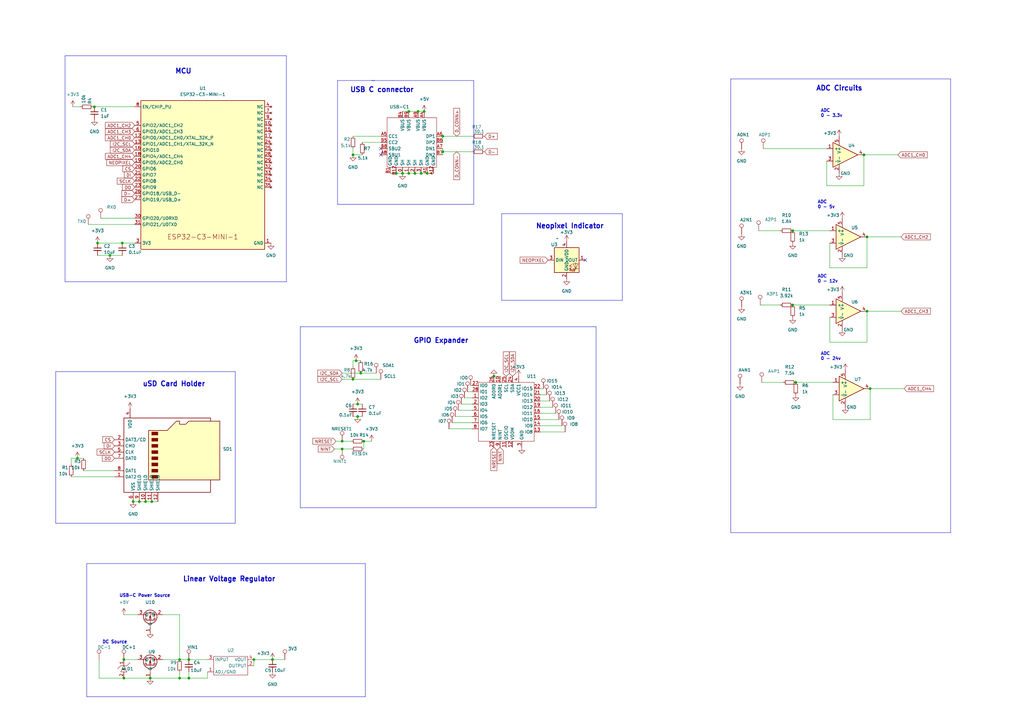
<source format=kicad_sch>
(kicad_sch (version 20230121) (generator eeschema)
  (paper "A3")
  (lib_symbols
    (symbol "1_espressif:ESP32-C3-MINI-1"
      (property "Reference" "U" (at -25.4 35.56 0))
      (property "Value" "ESP32-C3-MINI-1" (at -25.4 33.02 0))
      (symbol "ESP32-C3-MINI-1_0_0"
        (text "ESP32-C3-MINI-1" (at 0 -25.4 0) (effects (font (size 2 2))))
      )
      (symbol "ESP32-C3-MINI-1_1_1"
        (pin power_in line (at 27.94 -27.94 180) (length 2.54) (name "GND") (number "1"))
        (pin no_connect line (at 27.94 20.32 180) (length 2.54) (name "NC") (number "10"))
        (pin bidirectional line (at 27.94 -27.94 180) (length 2.54) hide (name "11") (number "11"))
        (pin bidirectional line (at -27.94 15.24 0) (length 2.54) (name "GPIO0/ADC1_CH0/XTAL_32K_P") (number "12"))
        (pin bidirectional line (at -27.94 12.7 0) (length 2.54) (name "GPIO1/ADC1_CH1/XTAL_32K_N") (number "13"))
        (pin bidirectional line (at 27.94 -27.94 180) (length 2.54) hide (name "14") (number "14"))
        (pin no_connect line (at 27.94 17.78 180) (length 2.54) (name "NC") (number "15"))
        (pin bidirectional line (at -27.94 10.16 0) (length 2.54) (name "GPIO10") (number "16"))
        (pin no_connect line (at 27.94 15.24 180) (length 2.54) (name "NC") (number "17"))
        (pin bidirectional line (at -27.94 7.62 0) (length 2.54) (name "GPIO4/ADC1_CH4") (number "18"))
        (pin bidirectional line (at -27.94 5.08 0) (length 2.54) (name "GPIO5/ADC2_CH0") (number "19"))
        (pin passive line (at 27.94 -27.94 180) (length 2.54) hide (name "GND") (number "2"))
        (pin bidirectional line (at -27.94 2.54 0) (length 2.54) (name "GPIO6") (number "20"))
        (pin bidirectional line (at -27.94 0 0) (length 2.54) (name "GPIO7") (number "21"))
        (pin bidirectional line (at -27.94 -2.54 0) (length 2.54) (name "GPIO8") (number "22"))
        (pin bidirectional line (at -27.94 -5.08 0) (length 2.54) (name "GPIO9") (number "23"))
        (pin no_connect line (at 27.94 12.7 180) (length 2.54) (name "NC") (number "24"))
        (pin no_connect line (at 27.94 10.16 180) (length 2.54) (name "NC") (number "25"))
        (pin bidirectional line (at -27.94 -7.62 0) (length 2.54) (name "GPIO18/USB_D-") (number "26"))
        (pin bidirectional line (at -27.94 -10.16 0) (length 2.54) (name "GPIO19/USB_D+") (number "27"))
        (pin no_connect line (at 27.94 7.62 180) (length 2.54) (name "NC") (number "28"))
        (pin no_connect line (at 27.94 5.08 180) (length 2.54) (name "NC") (number "29"))
        (pin power_in line (at -27.94 -27.94 0) (length 2.54) (name "3V3") (number "3"))
        (pin bidirectional line (at -27.94 -17.78 0) (length 2.54) (name "GPIO20/U0RXD") (number "30"))
        (pin bidirectional line (at -27.94 -20.32 0) (length 2.54) (name "GPIO21/U0TXD") (number "31"))
        (pin no_connect line (at 27.94 2.54 180) (length 2.54) (name "NC") (number "32"))
        (pin no_connect line (at 27.94 0 180) (length 2.54) (name "NC") (number "33"))
        (pin no_connect line (at 27.94 -2.54 180) (length 2.54) (name "NC") (number "34"))
        (pin no_connect line (at 27.94 -5.08 180) (length 2.54) (name "NC") (number "35"))
        (pin passive line (at 27.94 -27.94 180) (length 2.54) hide (name "GND") (number "36"))
        (pin passive line (at 27.94 -27.94 180) (length 2.54) hide (name "GND") (number "37"))
        (pin passive line (at 27.94 -27.94 180) (length 2.54) hide (name "GND") (number "38"))
        (pin passive line (at 27.94 -27.94 180) (length 2.54) hide (name "GND") (number "39"))
        (pin no_connect line (at 27.94 27.94 180) (length 2.54) (name "NC") (number "4"))
        (pin passive line (at 27.94 -27.94 180) (length 2.54) hide (name "GND") (number "40"))
        (pin passive line (at 27.94 -27.94 180) (length 2.54) hide (name "GND") (number "41"))
        (pin passive line (at 27.94 -27.94 180) (length 2.54) hide (name "GND") (number "42"))
        (pin passive line (at 27.94 -27.94 180) (length 2.54) hide (name "GND") (number "43"))
        (pin passive line (at 27.94 -27.94 180) (length 2.54) hide (name "GND") (number "44"))
        (pin passive line (at 27.94 -27.94 180) (length 2.54) hide (name "GND") (number "45"))
        (pin passive line (at 27.94 -27.94 180) (length 2.54) hide (name "GND") (number "46"))
        (pin passive line (at 27.94 -27.94 180) (length 2.54) hide (name "GND") (number "47"))
        (pin passive line (at 27.94 -27.94 180) (length 2.54) hide (name "GND") (number "48"))
        (pin passive line (at 27.94 -27.94 180) (length 2.54) hide (name "GND") (number "49"))
        (pin bidirectional line (at -27.94 20.32 0) (length 2.54) (name "GPIO2/ADC1_CH2") (number "5"))
        (pin passive line (at 27.94 -27.94 180) (length 2.54) hide (name "GND") (number "50"))
        (pin passive line (at 27.94 -27.94 180) (length 2.54) hide (name "GND") (number "51"))
        (pin passive line (at 27.94 -27.94 180) (length 2.54) hide (name "GND") (number "52"))
        (pin passive line (at 27.94 -27.94 180) (length 2.54) hide (name "GND") (number "53"))
        (pin bidirectional line (at -27.94 17.78 0) (length 2.54) (name "GPIO3/ADC1_CH3") (number "6"))
        (pin no_connect line (at 27.94 25.4 180) (length 2.54) (name "NC") (number "7"))
        (pin input line (at -27.94 27.94 0) (length 2.54) (name "EN/CHIP_PU") (number "8"))
        (pin no_connect line (at 27.94 22.86 180) (length 2.54) (name "NC") (number "9"))
      )
    )
    (symbol "1_project_specific:A03401A"
      (property "Reference" "Q" (at 0 0 0))
      (symbol "A03401A_1_1"
        (pin input line (at 0 -11.43 90) (length 2.54) (name "G") (number "1"))
        (pin passive line (at 5.08 -3.81 180) (length 2.54) (name "S") (number "2"))
        (pin passive line (at -5.08 -3.81 0) (length 2.54) (name "D") (number "3"))
      )
    )
    (symbol "1_project_specific:AZ1117IH-3.3TRG1"
      (property "Reference" "U" (at 0 0 0))
      (symbol "AZ1117IH-3.3TRG1_1_1"
        (pin input line (at -8.89 -8.89 0) (length 2.54) (name "ADJ/GND") (number "1"))
        (pin output line (at 10.16 -6.35 180) (length 2.54) (name "OUTPUT") (number "2"))
        (pin input line (at -8.89 -3.81 0) (length 2.54) (name "INPUT") (number "3"))
        (pin output line (at 10.16 -3.81 180) (length 2.54) (name "VOUT") (number "4"))
      )
    )
    (symbol "1_project_specific:LTVS16H5.0T5G"
      (property "Reference" "D" (at -1.27 -1.27 0))
      (symbol "LTVS16H5.0T5G_1_1"
        (pin input line (at -5.08 -3.81 0) (length 2.54) (name "K") (number "1"))
        (pin input line (at 2.54 -3.81 180) (length 2.54) (name "A") (number "2"))
      )
    )
    (symbol "1_project_specific:SX1509BIULTRT"
      (property "Reference" "U" (at 0 0 0))
      (symbol "SX1509BIULTRT_1_1"
        (pin bidirectional line (at -13.97 -19.05 0) (length 2.54) (name "IO2") (number "1"))
        (pin bidirectional line (at -2.54 -10.16 270) (length 2.54) (name "ADDR1") (number "10"))
        (pin bidirectional line (at 0 -39.37 90) (length 2.54) (name "OSCIO") (number "11"))
        (pin bidirectional line (at 2.54 -39.37 90) (length 2.54) (name "VDDM") (number "12"))
        (pin bidirectional line (at 13.97 -33.02 180) (length 2.54) (name "IO8") (number "13"))
        (pin bidirectional line (at 13.97 -30.48 180) (length 2.54) (name "IO9") (number "14"))
        (pin bidirectional line (at 13.97 -27.94 180) (length 2.54) (name "IO10") (number "15"))
        (pin bidirectional line (at 13.97 -25.4 180) (length 2.54) (name "IO11") (number "16"))
        (pin bidirectional line (at 6.35 -39.37 90) (length 2.54) hide (name "GND") (number "17"))
        (pin bidirectional line (at 5.08 -10.16 270) (length 2.54) hide (name "VCC2") (number "18"))
        (pin bidirectional line (at 13.97 -22.86 180) (length 2.54) (name "IO12") (number "19"))
        (pin bidirectional line (at -13.97 -21.59 0) (length 2.54) (name "IO3") (number "2"))
        (pin bidirectional line (at 13.97 -20.32 180) (length 2.54) (name "IO13") (number "20"))
        (pin bidirectional line (at 13.97 -17.78 180) (length 2.54) (name "IO14") (number "21"))
        (pin bidirectional line (at 13.97 -15.24 180) (length 2.54) (name "IO15") (number "22"))
        (pin bidirectional line (at -5.08 -39.37 90) (length 2.54) (name "NRESET") (number "23"))
        (pin bidirectional line (at 2.54 -10.16 270) (length 2.54) (name "SDA") (number "24"))
        (pin bidirectional line (at 0 -10.16 270) (length 2.54) (name "SCL") (number "25"))
        (pin bidirectional line (at -5.08 -10.16 270) (length 2.54) (name "ADDR0") (number "26"))
        (pin bidirectional line (at -13.97 -13.97 0) (length 2.54) (name "IO0") (number "27"))
        (pin bidirectional line (at -13.97 -16.51 0) (length 2.54) (name "IO1") (number "28"))
        (pin bidirectional line (at 6.35 -39.37 90) (length 2.54) hide (name "PAD") (number "29"))
        (pin bidirectional line (at 6.35 -39.37 90) (length 2.54) (name "GND") (number "3"))
        (pin bidirectional line (at 5.08 -10.16 270) (length 2.54) (name "VCC1") (number "4"))
        (pin bidirectional line (at -13.97 -24.13 0) (length 2.54) (name "IO4") (number "5"))
        (pin bidirectional line (at -13.97 -26.67 0) (length 2.54) (name "IO5") (number "6"))
        (pin bidirectional line (at -13.97 -29.21 0) (length 2.54) (name "IO6") (number "7"))
        (pin bidirectional line (at -13.97 -31.75 0) (length 2.54) (name "IO7") (number "8"))
        (pin bidirectional line (at -2.54 -39.37 90) (length 2.54) (name "NINT") (number "9"))
      )
    )
    (symbol "1_project_specific:USB-TYPE-C-018"
      (property "Reference" "USB-C" (at 0 0 0))
      (property "Value" "USB-TYPE-C-018" (at 8.89 -13.97 0))
      (symbol "USB-TYPE-C-018_1_1"
        (pin bidirectional line (at 1.27 -26.67 90) (length 2.54) (name "SH") (number "0"))
        (pin bidirectional line (at 3.81 -26.67 90) (length 2.54) (name "SH") (number "1"))
        (pin bidirectional line (at 6.35 -26.67 90) (length 2.54) (name "SH") (number "2"))
        (pin bidirectional line (at 8.89 -26.67 90) (length 2.54) (name "SH") (number "3"))
        (pin bidirectional line (at 11.43 -26.67 90) (length 2.54) (name "GND") (number "A1"))
        (pin bidirectional line (at 13.97 -26.67 90) (length 2.54) (name "GND") (number "A12"))
        (pin bidirectional line (at 10.16 -1.27 270) (length 2.54) (name "VBUS") (number "A4"))
        (pin bidirectional line (at -7.62 -11.43 0) (length 2.54) (name "CC1") (number "A5"))
        (pin bidirectional line (at 17.78 -11.43 180) (length 2.54) (name "DP1") (number "A6"))
        (pin bidirectional line (at 17.78 -16.51 180) (length 2.54) (name "DN1") (number "A7"))
        (pin bidirectional line (at -7.62 -19.05 0) (length 2.54) (name "SBU1") (number "A8"))
        (pin bidirectional line (at 7.62 -1.27 270) (length 2.54) (name "VBUS") (number "A9"))
        (pin bidirectional line (at -3.81 -26.67 90) (length 2.54) (name "GND") (number "B1"))
        (pin bidirectional line (at -1.27 -26.67 90) (length 2.54) (name "GND") (number "B12"))
        (pin bidirectional line (at 1.27 -1.27 270) (length 2.54) (name "VBUS") (number "B4"))
        (pin bidirectional line (at -7.62 -13.97 0) (length 2.54) (name "CC2") (number "B5"))
        (pin bidirectional line (at 17.78 -13.97 180) (length 2.54) (name "DP2") (number "B6"))
        (pin bidirectional line (at 17.78 -19.05 180) (length 2.54) (name "DN2") (number "B7"))
        (pin bidirectional line (at -7.62 -16.51 0) (length 2.54) (name "SBU2") (number "B8"))
        (pin bidirectional line (at 3.81 -1.27 270) (length 2.54) (name "VBUS") (number "B9"))
      )
    )
    (symbol "1_project_specific:WS2812B-2020"
      (property "Reference" "U?" (at 0 0 0))
      (symbol "WS2812B-2020_0_0"
        (text "RGB" (at 6.096 -13.081 0) (effects (font (size 0.762 0.762))))
      )
      (symbol "WS2812B-2020_1_1"
        (pin output line (at 11.43 -8.89 180) (length 2.54) (name "DOUT") (number "1"))
        (pin power_out line (at 3.81 -16.51 90) (length 2.54) (name "GND") (number "2"))
        (pin output line (at -3.81 -8.89 0) (length 2.54) (name "DIN") (number "3"))
        (pin power_in line (at 3.81 -1.27 270) (length 2.54) (name "VDD") (number "4"))
      )
    )
    (symbol "Connector:TestPoint" (pin_numbers hide) (pin_names (offset 0.762) hide)
      (property "Reference" "TP" (at 0 6.858 0))
      (property "Value" "TestPoint" (at 0 5.08 0))
      (symbol "TestPoint_1_1"
        (pin passive line (at 0 0 90) (length 2.54) (name "1") (number "1"))
      )
    )
    (symbol "Device:C_Small" (pin_numbers hide) (pin_names (offset 0.254) hide)
      (property "Reference" "C" (at 0.254 1.778 0))
      (property "Value" "C_Small" (at 0.254 -2.032 0))
      (symbol "C_Small_1_1"
        (pin passive line (at 0 2.54 270) (length 2.032) (name "~") (number "1"))
        (pin passive line (at 0 -2.54 90) (length 2.032) (name "~") (number "2"))
      )
    )
    (symbol "Device:R_Small" (pin_numbers hide) (pin_names (offset 0.254) hide)
      (property "Reference" "R" (at 0.762 0.508 0))
      (property "Value" "R_Small" (at 0.762 -1.016 0))
      (symbol "R_Small_1_1"
        (pin passive line (at 0 2.54 270) (length 0.762) (name "~") (number "1"))
        (pin passive line (at 0 -2.54 90) (length 0.762) (name "~") (number "2"))
      )
    )
    (symbol "lib:472192001"
      (property "Reference" "SD" (at 0 0 0))
      (property "Value" "472192001" (at 0 0 0))
      (property "part_number" "472192001" (at 0 0 0))
      (symbol "472192001_1_1"
        (pin bidirectional line (at -20.32 -33.02 0) (length 3.81) (name "DAT2") (number "1"))
        (pin passive line (at -7.62 -43.18 90) (length 3.81) (name "SHIELD") (number "10"))
        (pin passive line (at -5.08 -43.18 90) (length 3.81) (name "SHIELD") (number "11"))
        (pin passive line (at -2.54 -43.18 90) (length 3.81) (name "SHIELD") (number "12"))
        (pin bidirectional line (at -20.32 -17.78 0) (length 3.81) (name "DAT3/CD") (number "2"))
        (pin input line (at -20.32 -20.32 0) (length 3.81) (name "CMD") (number "3"))
        (pin power_in line (at -13.97 -5.08 270) (length 3.81) (name "VDD") (number "4"))
        (pin input line (at -20.32 -22.86 0) (length 3.81) (name "CLK") (number "5"))
        (pin power_in line (at -12.7 -43.18 90) (length 3.81) (name "VSS") (number "6"))
        (pin bidirectional line (at -20.32 -25.4 0) (length 3.81) (name "DAT0") (number "7"))
        (pin bidirectional line (at -20.32 -30.48 0) (length 3.81) (name "DAT1") (number "8"))
        (pin passive line (at -10.16 -43.18 90) (length 3.81) (name "SHIELD") (number "9"))
      )
    )
    (symbol "lib:LM321MF"
      (property "Reference" "U" (at 0 0 0))
      (property "part_number" "LM321MF" (at 0 0 0))
      (symbol "LM321MF_1_1"
        (pin input line (at -6.35 -17.78 0) (length 2.54) (name "+") (number "1"))
        (pin power_in line (at -1.27 -27.94 90) (length 3.81) (name "V-") (number "2"))
        (pin input line (at -6.35 -22.86 0) (length 2.54) (name "-") (number "3"))
        (pin output line (at 8.89 -20.32 180) (length 2.54) (name "~") (number "4"))
        (pin power_in line (at -1.27 -12.7 270) (length 3.81) (name "V+") (number "5"))
      )
    )
    (symbol "power:+3V3" (power) (pin_names (offset 0))
      (property "Value" "+3V3" (at 0 3.556 0))
      (symbol "+3V3_1_1"
        (pin power_in line (at 0 0 90) (length 0) hide (name "+3V3") (number "1"))
      )
    )
    (symbol "power:+5V" (power) (pin_names (offset 0))
      (property "Value" "+5V" (at 0 3.556 0))
      (symbol "+5V_1_1"
        (pin power_in line (at 0 0 90) (length 0) hide (name "+5V") (number "1"))
      )
    )
    (symbol "power:GND" (power) (pin_names (offset 0))
      (property "Value" "GND" (at 0 -3.81 0))
      (symbol "GND_1_1"
        (pin power_in line (at 0 0 270) (length 0) hide (name "GND") (number "1"))
      )
    )
  )
  (junction (at 167.64 45.72))
  (junction (at 144.78 155.575))
  (junction (at 50.8 270.51))
  (junction (at 50.165 99.695))
  (junction (at 38.735 43.815))
  (junction (at 104.14 270.51))
  (junction (at 202.565 154.305))
  (junction (at 73.66 278.13))
  (junction (at 325.12 94.615))
  (junction (at 175.26 71.12))
  (junction (at 40.005 99.695))
  (junction (at 140.335 184.15))
  (junction (at 165.1 71.12))
  (junction (at 354.33 63.5))
  (junction (at 45.085 104.775))
  (junction (at 171.45 45.72))
  (junction (at 144.78 63.5))
  (junction (at 170.18 71.12))
  (junction (at 31.75 187.96))
  (junction (at 149.225 180.975))
  (junction (at 77.47 278.13))
  (junction (at 147.955 153.035))
  (junction (at 62.23 205.74))
  (junction (at 355.6 127.635))
  (junction (at 50.8 278.13))
  (junction (at 356.87 159.385))
  (junction (at 355.6 97.155))
  (junction (at 140.335 180.975))
  (junction (at 54.61 205.74))
  (junction (at 111.76 270.51))
  (junction (at 59.69 205.74))
  (junction (at 172.72 71.12))
  (junction (at 77.47 270.51))
  (junction (at 173.99 45.72))
  (junction (at 146.05 147.955))
  (junction (at 326.39 156.845))
  (junction (at 57.15 205.74))
  (junction (at 181.61 55.88))
  (junction (at 181.61 62.23))
  (junction (at 146.685 165.735))
  (junction (at 73.66 270.51))
  (junction (at 162.56 71.12))
  (junction (at 61.595 278.13))
  (junction (at 325.12 125.095))
  (junction (at 146.685 170.815))
  (junction (at 167.64 71.12))
  (no_connect (at 156.21 60.96))
  (no_connect (at 240.03 106.68))
  (no_connect (at 156.21 63.5))
  (wire (pts (xy 146.685 165.735) (xy 148.59 165.735)))
  (wire (pts (xy 165.1 71.12) (xy 167.64 71.12)))
  (polyline (pts (xy 35.56 231.14) (xy 149.86 231.14)))
  (wire (pts (xy 73.66 270.51) (xy 77.47 270.51)))
  (wire (pts (xy 31.75 187.96) (xy 34.29 187.96)))
  (wire (pts (xy 326.39 156.845) (xy 341.63 156.845)))
  (polyline (pts (xy 26.67 22.86) (xy 117.475 22.86)))
  (wire (pts (xy 181.61 62.23) (xy 193.675 62.23)))
  (wire (pts (xy 144.78 170.815) (xy 146.685 170.815)))
  (wire (pts (xy 40.005 104.775) (xy 45.085 104.775)))
  (wire (pts (xy 50.8 278.13) (xy 61.595 278.13)))
  (wire (pts (xy 137.795 180.975) (xy 140.335 180.975)))
  (wire (pts (xy 325.12 94.615) (xy 340.36 94.615)))
  (wire (pts (xy 341.63 172.085) (xy 356.87 172.085)))
  (wire (pts (xy 355.6 109.855) (xy 355.6 97.155)))
  (wire (pts (xy 313.055 60.96) (xy 339.09 60.96)))
  (wire (pts (xy 165.1 45.72) (xy 167.64 45.72)))
  (wire (pts (xy 146.685 170.815) (xy 148.59 170.815)))
  (wire (pts (xy 38.1 43.815) (xy 38.735 43.815)))
  (wire (pts (xy 184.15 175.895) (xy 193.675 175.895)))
  (polyline (pts (xy 299.72 32.385) (xy 389.89 32.385)))
  (wire (pts (xy 146.05 147.955) (xy 147.955 147.955)))
  (polyline (pts (xy 123.19 208.28) (xy 244.475 208.28)))
  (wire (pts (xy 59.69 205.74) (xy 62.23 205.74)))
  (polyline (pts (xy 138.43 83.82) (xy 138.43 33.02)))
  (wire (pts (xy 340.36 109.855) (xy 355.6 109.855)))
  (wire (pts (xy 140.335 155.575) (xy 144.78 155.575)))
  (wire (pts (xy 221.615 174.625) (xy 230.505 174.625)))
  (polyline (pts (xy 96.52 152.4) (xy 96.52 214.63)))
  (polyline (pts (xy 22.86 152.4) (xy 96.52 152.4)))
  (wire (pts (xy 221.615 164.465) (xy 225.425 164.465)))
  (wire (pts (xy 57.15 205.74) (xy 59.69 205.74)))
  (wire (pts (xy 111.76 270.51) (xy 116.84 270.51)))
  (wire (pts (xy 187.96 168.275) (xy 193.675 168.275)))
  (wire (pts (xy 40.005 99.695) (xy 50.165 99.695)))
  (wire (pts (xy 340.36 130.175) (xy 340.36 140.335)))
  (wire (pts (xy 354.33 63.5) (xy 368.3 63.5)))
  (wire (pts (xy 181.61 60.96) (xy 181.61 62.23)))
  (polyline (pts (xy 35.56 231.14) (xy 35.56 285.75)))
  (wire (pts (xy 171.45 45.72) (xy 173.99 45.72)))
  (wire (pts (xy 340.36 99.695) (xy 340.36 109.855)))
  (wire (pts (xy 189.23 165.735) (xy 193.675 165.735)))
  (wire (pts (xy 144.78 150.495) (xy 144.78 147.955)))
  (wire (pts (xy 62.23 205.74) (xy 64.77 205.74)))
  (polyline (pts (xy 117.475 115.57) (xy 26.67 115.57)))
  (wire (pts (xy 186.69 170.815) (xy 193.675 170.815)))
  (wire (pts (xy 50.8 252.095) (xy 56.515 252.095)))
  (wire (pts (xy 29.21 187.96) (xy 31.75 187.96)))
  (wire (pts (xy 41.275 89.535) (xy 55.245 89.535)))
  (wire (pts (xy 54.61 205.74) (xy 57.15 205.74)))
  (polyline (pts (xy 123.19 133.985) (xy 244.475 133.985)))
  (wire (pts (xy 170.18 71.12) (xy 172.72 71.12)))
  (wire (pts (xy 29.21 190.5) (xy 29.21 187.96)))
  (wire (pts (xy 50.8 270.51) (xy 56.515 270.51)))
  (wire (pts (xy 40.64 278.13) (xy 50.8 278.13)))
  (wire (pts (xy 144.78 155.575) (xy 156.21 155.575)))
  (wire (pts (xy 29.845 43.815) (xy 33.02 43.815)))
  (polyline (pts (xy 22.86 152.4) (xy 22.86 214.63)))
  (wire (pts (xy 149.225 180.975) (xy 152.4 180.975)))
  (wire (pts (xy 185.42 173.355) (xy 193.675 173.355)))
  (wire (pts (xy 66.675 270.51) (xy 73.66 270.51)))
  (wire (pts (xy 191.77 160.655) (xy 193.675 160.655)))
  (wire (pts (xy 34.29 193.04) (xy 46.99 193.04)))
  (wire (pts (xy 140.335 153.035) (xy 147.955 153.035)))
  (wire (pts (xy 356.87 159.385) (xy 370.84 159.385)))
  (polyline (pts (xy 96.52 214.63) (xy 22.86 214.63)))
  (polyline (pts (xy 117.475 22.86) (xy 117.475 115.57)))
  (wire (pts (xy 340.36 140.335) (xy 355.6 140.335)))
  (polyline (pts (xy 194.31 83.82) (xy 138.43 83.82)))
  (wire (pts (xy 193.04 158.115) (xy 193.675 158.115)))
  (polyline (pts (xy 149.86 231.14) (xy 149.86 285.75)))
  (wire (pts (xy 104.14 270.51) (xy 104.14 273.05)))
  (wire (pts (xy 341.63 161.925) (xy 341.63 172.085)))
  (wire (pts (xy 29.21 195.58) (xy 46.99 195.58)))
  (wire (pts (xy 85.09 278.13) (xy 85.09 275.59)))
  (wire (pts (xy 147.955 153.035) (xy 154.305 153.035)))
  (wire (pts (xy 339.09 66.04) (xy 339.09 76.2)))
  (wire (pts (xy 38.735 43.815) (xy 55.245 43.815)))
  (wire (pts (xy 354.33 76.2) (xy 354.33 63.5)))
  (wire (pts (xy 339.09 76.2) (xy 354.33 76.2)))
  (wire (pts (xy 221.615 161.925) (xy 224.155 161.925)))
  (wire (pts (xy 221.615 167.005) (xy 226.695 167.005)))
  (wire (pts (xy 355.6 140.335) (xy 355.6 127.635)))
  (wire (pts (xy 73.66 252.095) (xy 73.66 270.51)))
  (wire (pts (xy 221.615 169.545) (xy 227.965 169.545)))
  (wire (pts (xy 146.685 165.735) (xy 144.78 165.735)))
  (wire (pts (xy 356.87 172.085) (xy 356.87 159.385)))
  (wire (pts (xy 181.61 55.88) (xy 181.61 58.42)))
  (wire (pts (xy 355.6 97.155) (xy 369.57 97.155)))
  (wire (pts (xy 321.31 156.845) (xy 312.42 156.845)))
  (wire (pts (xy 144.78 147.955) (xy 146.05 147.955)))
  (wire (pts (xy 221.615 159.385) (xy 222.885 159.385)))
  (wire (pts (xy 320.04 94.615) (xy 311.15 94.615)))
  (wire (pts (xy 144.145 184.15) (xy 140.335 184.15)))
  (wire (pts (xy 77.47 275.59) (xy 77.47 278.13)))
  (wire (pts (xy 167.64 71.12) (xy 170.18 71.12)))
  (polyline (pts (xy 152.4 33.02) (xy 194.31 33.02)))
  (wire (pts (xy 104.14 270.51) (xy 111.76 270.51)))
  (wire (pts (xy 160.02 71.12) (xy 162.56 71.12)))
  (polyline (pts (xy 26.67 22.86) (xy 26.67 115.57)))
  (wire (pts (xy 172.72 71.12) (xy 175.26 71.12)))
  (polyline (pts (xy 123.19 133.985) (xy 123.19 208.28)))
  (wire (pts (xy 149.225 180.975) (xy 149.225 184.15)))
  (wire (pts (xy 36.195 92.075) (xy 55.245 92.075)))
  (wire (pts (xy 162.56 71.12) (xy 165.1 71.12)))
  (wire (pts (xy 202.565 154.305) (xy 205.105 154.305)))
  (wire (pts (xy 181.61 55.88) (xy 193.675 55.88)))
  (wire (pts (xy 140.335 180.975) (xy 144.145 180.975)))
  (wire (pts (xy 144.78 55.88) (xy 156.21 55.88)))
  (wire (pts (xy 175.26 71.12) (xy 177.8 71.12)))
  (wire (pts (xy 148.59 58.42) (xy 156.21 58.42)))
  (wire (pts (xy 325.12 125.095) (xy 340.36 125.095)))
  (wire (pts (xy 73.66 278.13) (xy 77.47 278.13)))
  (wire (pts (xy 40.64 270.51) (xy 40.64 278.13)))
  (wire (pts (xy 144.78 63.5) (xy 144.78 60.96)))
  (wire (pts (xy 181.61 62.23) (xy 181.61 63.5)))
  (polyline (pts (xy 194.31 33.02) (xy 194.31 83.82)))
  (wire (pts (xy 221.615 177.165) (xy 231.775 177.165)))
  (polyline (pts (xy 149.86 285.75) (xy 35.56 285.75)))
  (wire (pts (xy 140.335 184.15) (xy 137.16 184.15)))
  (polyline (pts (xy 244.475 208.28) (xy 244.475 133.985)))
  (wire (pts (xy 355.6 127.635) (xy 369.57 127.635)))
  (wire (pts (xy 50.165 99.695) (xy 55.245 99.695)))
  (polyline (pts (xy 389.89 218.44) (xy 299.72 218.44)))
  (wire (pts (xy 61.595 278.13) (xy 73.66 278.13)))
  (polyline (pts (xy 138.43 33.02) (xy 153.67 33.02)))
  (wire (pts (xy 66.675 252.095) (xy 73.66 252.095)))
  (wire (pts (xy 221.615 172.085) (xy 229.235 172.085)))
  (wire (pts (xy 77.47 278.13) (xy 85.09 278.13)))
  (wire (pts (xy 190.5 163.195) (xy 193.675 163.195)))
  (wire (pts (xy 73.66 275.59) (xy 73.66 278.13)))
  (wire (pts (xy 148.59 63.5) (xy 144.78 63.5)))
  (wire (pts (xy 311.785 125.095) (xy 320.04 125.095)))
  (polyline (pts (xy 389.89 32.385) (xy 389.89 218.44)))
  (wire (pts (xy 77.47 270.51) (xy 85.09 270.51)))
  (wire (pts (xy 45.085 104.775) (xy 50.165 104.775)))
  (polyline (pts (xy 299.72 32.385) (xy 299.72 218.44)))
  (wire (pts (xy 167.64 45.72) (xy 171.45 45.72)))
  (wire (pts (xy 61.595 259.715) (xy 61.595 259.08)))
  (rectangle (start 205.74 87.63) (end 255.27 123.19))
  (text "ADC Circuits" (at 334.645 37.465 0) (effects (font (size 2 2) bold) (justify left bottom)))
  (text "uSD Card Holder" (at 58.42 158.75 0) (effects (font (size 2 2) bold) (justify left bottom)))
  (text "Linear Voltage Regulator" (at 74.93 238.76 0) (effects (font (size 2 2) bold) (justify left bottom)))
  (text "ADC\n0 - 5v" (at 335.28 85.725 0) (effects (font (size 1.27 1.27) bold) (justify left bottom)))
  (text "USB-C Power Source" (at 48.895 245.11 0) (effects (font (size 1.27 1.27) (thickness 0.254) bold) (justify left bottom)))
  (text "ADC\n0 - 3.3v" (at 336.55 48.26 0) (effects (font (size 1.27 1.27) bold) (justify left bottom)))
  (text "ADC\n0 - 12v" (at 335.28 116.205 0) (effects (font (size 1.27 1.27) bold) (justify left bottom)))
  (text "DC Source" (at 41.91 264.16 0) (effects (font (size 1.27 1.27) (thickness 0.254) bold) (justify left bottom)))
  (text "USB C connector" (at 143.51 38.1 0) (effects (font (size 2 2) bold) (justify left bottom)))
  (text "GPIO Expander" (at 169.545 140.97 0) (effects (font (size 2 2) (thickness 0.4) bold) (justify left bottom)))
  (text "Neopixel Indicator" (at 219.71 93.98 0) (effects (font (size 2 2) bold) (justify left bottom)))
  (text "MCU" (at 71.755 30.48 0) (effects (font (size 2 2) (thickness 0.4) bold) (justify left bottom)))
  (text "ADC\n0 - 24v" (at 336.55 147.955 0) (effects (font (size 1.27 1.27) bold) (justify left bottom)))
  (global_label "I2C_SCL" (shape input) (at 207.645 154.305 90) (property "Intersheetrefs" "${INTERSHEET_REFS}" (effects hide)))
  (global_label "ADC1_CH2" (shape input) (at 55.245 51.435 180) (property "Intersheetrefs" "${INTERSHEET_REFS}" (effects hide)))
  (global_label "I2C_SCL" (shape input) (at 140.335 155.575 180) (property "Intersheetrefs" "${INTERSHEET_REFS}" (effects hide)))
  (global_label "ADC1_CH3" (shape input) (at 55.245 53.975 180) (property "Intersheetrefs" "${INTERSHEET_REFS}" (effects hide)))
  (global_label "ADC1_CH0" (shape input) (at 368.3 63.5 0) (property "Intersheetrefs" "${INTERSHEET_REFS}" (effects hide)))
  (global_label "DO" (shape input) (at 46.99 187.96 180) (property "Intersheetrefs" "${INTERSHEET_REFS}" (effects hide)))
  (global_label "I2C_SDA" (shape input) (at 55.245 61.595 180) (property "Intersheetrefs" "${INTERSHEET_REFS}" (effects hide)))
  (global_label "D+" (shape input) (at 198.755 55.88 0) (property "Intersheetrefs" "${INTERSHEET_REFS}" (effects hide)))
  (global_label "ADC1_CH4" (shape input) (at 55.245 64.135 180) (property "Intersheetrefs" "${INTERSHEET_REFS}" (effects hide)))
  (global_label "NEOPIXEL" (shape input) (at 55.245 66.675 180) (property "Intersheetrefs" "${INTERSHEET_REFS}" (effects hide)))
  (global_label "D-" (shape input) (at 198.755 62.23 0) (property "Intersheetrefs" "${INTERSHEET_REFS}" (effects hide)))
  (global_label "D_CONN+" (shape input) (at 187.325 55.88 90) (property "Intersheetrefs" "${INTERSHEET_REFS}" (effects hide)))
  (global_label "CS" (shape input) (at 46.99 180.34 180) (property "Intersheetrefs" "${INTERSHEET_REFS}" (effects hide)))
  (global_label "D_CONN-" (shape input) (at 187.325 62.23 270) (property "Intersheetrefs" "${INTERSHEET_REFS}" (effects hide)))
  (global_label "DO" (shape input) (at 55.245 76.835 180) (property "Intersheetrefs" "${INTERSHEET_REFS}" (effects hide)))
  (global_label "SCLK" (shape input) (at 55.245 74.295 180) (property "Intersheetrefs" "${INTERSHEET_REFS}" (effects hide)))
  (global_label "SCLK" (shape input) (at 46.99 185.42 180) (property "Intersheetrefs" "${INTERSHEET_REFS}" (effects hide)))
  (global_label "DI" (shape input) (at 55.245 71.755 180) (property "Intersheetrefs" "${INTERSHEET_REFS}" (effects hide)))
  (global_label "ADC1_CH3" (shape input) (at 369.57 127.635 0) (property "Intersheetrefs" "${INTERSHEET_REFS}" (effects hide)))
  (global_label "ADC1_CH4" (shape input) (at 370.84 159.385 0) (property "Intersheetrefs" "${INTERSHEET_REFS}" (effects hide)))
  (global_label "I2C_SDA" (shape input) (at 140.335 153.035 180) (property "Intersheetrefs" "${INTERSHEET_REFS}" (effects hide)))
  (global_label "I2C_SCL" (shape input) (at 55.245 59.055 180) (property "Intersheetrefs" "${INTERSHEET_REFS}" (effects hide)))
  (global_label "ADC1_CH0" (shape input) (at 55.245 56.515 180) (property "Intersheetrefs" "${INTERSHEET_REFS}" (effects hide)))
  (global_label "ADC1_CH2" (shape input) (at 369.57 97.155 0) (property "Intersheetrefs" "${INTERSHEET_REFS}" (effects hide)))
  (global_label "D-" (shape input) (at 55.245 79.375 180) (property "Intersheetrefs" "${INTERSHEET_REFS}" (effects hide)))
  (global_label "D+" (shape input) (at 55.245 81.915 180) (property "Intersheetrefs" "${INTERSHEET_REFS}" (effects hide)))
  (global_label "NINT" (shape input) (at 137.16 184.15 180) (property "Intersheetrefs" "${INTERSHEET_REFS}" (effects hide)))
  (global_label "NINT" (shape input) (at 205.105 183.515 270) (property "Intersheetrefs" "${INTERSHEET_REFS}" (effects hide)))
  (global_label "DI" (shape input) (at 46.99 182.88 180) (property "Intersheetrefs" "${INTERSHEET_REFS}" (effects hide)))
  (global_label "NRESET" (shape input) (at 202.565 183.515 270) (property "Intersheetrefs" "${INTERSHEET_REFS}" (effects hide)))
  (global_label "NEOPIXEL" (shape input) (at 224.79 106.68 180) (property "Intersheetrefs" "${INTERSHEET_REFS}" (effects hide)))
  (global_label "CS" (shape input) (at 55.245 69.215 180) (property "Intersheetrefs" "${INTERSHEET_REFS}" (effects hide)))
  (global_label "I2C_SDA" (shape input) (at 210.185 154.305 90) (property "Intersheetrefs" "${INTERSHEET_REFS}" (effects hide)))
  (global_label "NRESET" (shape input) (at 137.795 180.975 180) (property "Intersheetrefs" "${INTERSHEET_REFS}" (effects hide)))
  (symbol (lib_id "Connector:TestPoint") (at 116.84 270.51 0) (unit 1)
    (property "Reference" "3V3" (at 118.11 266.065 0) (effects (justify left)))
    (property "Value" "TestPoint" (effects hide))
    (property "Footprint" "TestPoint:TestPoint_THTPad_1.0x1.0mm_Drill0.5mm" (effects hide))
  )
  (symbol (lib_id "Connector:TestPoint") (at 222.885 159.385 0) (unit 1)
    (property "Reference" "IO15" (at 224.155 156.21 0) (effects (justify left)))
    (property "Value" "TestPoint" (effects hide))
    (property "Footprint" "TestPoint:TestPoint_THTPad_1.0x1.0mm_Drill0.5mm" (effects hide))
  )
  (symbol (lib_id "power:+3V3") (at 212.725 154.305 0) (unit 1)
    (property "Reference" "#PWR0120" (effects hide))
    (property "Value" "+3V3" (at 215.265 150.495 0) (effects (justify right)))
  )
  (symbol (lib_id "Connector:TestPoint") (at 191.77 160.655 0) (unit 1)
    (property "Reference" "IO1" (at 187.325 157.48 0) (effects (justify left)))
    (property "Value" "TestPoint" (effects hide))
    (property "Footprint" "TestPoint:TestPoint_THTPad_1.0x1.0mm_Drill0.5mm" (effects hide))
  )
  (symbol (lib_id "Device:R_Small") (at 144.78 58.42 180) (unit 1)
    (property "Reference" "R2" (at 140.97 57.15 0) (effects (justify right)))
    (property "Value" "5.1k" (at 139.7 59.69 0) (effects (justify right)))
    (property "Footprint" "Resistor_SMD:R_0402_1005Metric" (effects hide))
    (property "part_number" "ERJ2RKF5101X" (effects hide))
  )
  (symbol (lib_id "Device:C_Small") (at 77.47 273.05 0) (unit 1)
    (property "Reference" "C4" (at 79.375 271.78 0) (effects (justify left)))
    (property "Value" "10uF" (at 78.105 274.955 0) (effects (justify left)))
    (property "Footprint" "Capacitor_SMD:C_0603_1608Metric" (effects hide))
    (property "part_number" "CL10A106KO8NQNC" (effects hide))
  )
  (symbol (lib_id "Connector:TestPoint") (at 304.165 95.885 0) (unit 1)
    (property "Reference" "A2N1" (at 303.53 90.17 0) (effects (justify left)))
    (property "Value" "TestPoint" (effects hide))
    (property "Footprint" "TestPoint:TestPoint_THTPad_1.0x1.0mm_Drill0.5mm" (effects hide))
  )
  (symbol (lib_id "Device:R_Small") (at 322.58 94.615 90) (unit 1)
    (property "Reference" "R10" (at 322.58 88.265 90))
    (property "Value" "1.6k" (at 322.58 90.805 90))
    (property "Footprint" "Resistor_SMD:R_0402_1005Metric" (effects hide))
    (property "part_number" "RMC04021.6K1%N" (effects hide))
  )
  (symbol (lib_id "Device:C_Small") (at 111.76 273.05 0) (unit 1)
    (property "Reference" "C5" (at 108.585 274.955 0) (effects (justify left)))
    (property "Value" "10uF" (at 112.395 274.955 0) (effects (justify left)))
    (property "Footprint" "Capacitor_SMD:C_0603_1608Metric" (effects hide))
    (property "part_number" "CL10A106KO8NQNC" (effects hide))
  )
  (symbol (lib_id "Connector:TestPoint") (at 227.965 169.545 0) (unit 1)
    (property "Reference" "IO11" (at 229.87 166.37 0) (effects (justify left)))
    (property "Value" "TestPoint" (effects hide))
    (property "Footprint" "TestPoint:TestPoint_THTPad_1.0x1.0mm_Drill0.5mm" (effects hide))
  )
  (symbol (lib_id "Connector:TestPoint") (at 156.21 155.575 0) (unit 1)
    (property "Reference" "SCL1" (at 157.48 154.305 0) (effects (justify left)))
    (property "Value" "TestPoint" (effects hide))
    (property "Footprint" "TestPoint:TestPoint_THTPad_1.0x1.0mm_Drill0.5mm" (effects hide))
  )
  (symbol (lib_id "power:GND") (at 304.165 60.96 0) (unit 1)
    (property "Reference" "#PWR0112" (effects hide))
    (property "Value" "GND" (at 304.165 66.04 0))
  )
  (symbol (lib_id "Device:R_Small") (at 146.685 184.15 90) (unit 1)
    (property "Reference" "R15" (at 144.145 186.055 90) (effects (justify right)))
    (property "Value" "10k" (at 147.32 186.055 90) (effects (justify right)))
    (property "Footprint" "Resistor_SMD:R_0402_1005Metric" (effects hide))
    (property "part_number" "ERJ2RKF1002X" (effects hide))
  )
  (symbol (lib_id "Connector:TestPoint") (at 186.69 170.815 0) (unit 1)
    (property "Reference" "IO5" (at 182.245 167.64 0) (effects (justify left)))
    (property "Value" "TestPoint" (effects hide))
    (property "Footprint" "TestPoint:TestPoint_THTPad_1.0x1.0mm_Drill0.5mm" (effects hide))
  )
  (symbol (lib_id "Device:R_Small") (at 147.955 150.495 180) (unit 1)
    (property "Reference" "R16" (at 149.225 149.225 0) (effects (justify right)))
    (property "Value" "4.7k" (at 148.59 151.765 0) (effects (justify right)))
    (property "Footprint" "Resistor_SMD:R_0402_1005Metric" (effects hide))
    (property "part_number" "RC0402FR-074K7L" (effects hide))
  )
  (symbol (lib_id "power:GND") (at 38.735 48.895 0) (unit 1)
    (property "Reference" "#PWR02" (effects hide))
    (property "Value" "GND" (at 38.735 53.975 0))
  )
  (symbol (lib_id "Device:R_Small") (at 35.56 43.815 90) (unit 1)
    (property "Reference" "R4" (at 36.83 40.005 0) (effects (justify right)))
    (property "Value" "10k" (at 34.29 38.735 0) (effects (justify right)))
    (property "Footprint" "Resistor_SMD:R_0402_1005Metric" (effects hide))
    (property "part_number" "ERJ2RKF1002X" (effects hide))
  )
  (symbol (lib_id "1_project_specific:A03401A") (at 61.595 266.7 0) (unit 1)
    (property "Reference" "U9" (at 62.23 267.335 0))
    (property "Value" "A03401A" (effects hide))
    (property "Footprint" "1_project_footprints:SOT-23" (effects hide))
  )
  (symbol (lib_id "lib:LM321MF") (at 345.44 43.18 0) (unit 1)
    (property "Reference" "U4" (at 349.25 59.69 0))
    (property "Value" "LM321MF" (effects hide))
    (property "Footprint" "1_project_footprints:LM321MF" (effects hide))
    (property "part_number" "LM321MF" (effects hide))
  )
  (symbol (lib_id "power:+3V3") (at 111.76 270.51 0) (unit 1)
    (property "Reference" "#PWR0101" (effects hide))
    (property "Value" "+3V3" (at 107.95 267.97 0))
  )
  (symbol (lib_id "power:+3V3") (at 345.44 89.535 0) (unit 1)
    (property "Reference" "#PWR027" (effects hide))
    (property "Value" "+3V3" (at 341.63 88.265 0))
  )
  (symbol (lib_id "Device:R_Small") (at 148.59 60.96 180) (unit 1)
    (property "Reference" "R7" (at 149.225 60.96 0) (effects (justify right)))
    (property "Value" "5.1k" (at 146.685 64.77 0) (effects (justify right)))
    (property "Footprint" "Resistor_SMD:R_0402_1005Metric" (effects hide))
    (property "part_number" "ERJ2RKF5101X" (effects hide))
  )
  (symbol (lib_id "1_espressif:ESP32-C3-MINI-1") (at 83.185 71.755 0) (unit 1)
    (property "Reference" "U1" (at 83.185 36.195 0))
    (property "Value" "ESP32-C3-MINI-1" (at 83.185 38.735 0))
    (property "Footprint" "Espressif:ESP32-C3-MINI-1" (effects hide))
    (property "Datasheet" "https://www.espressif.com/sites/default/files/documentation/esp32-c3-mini-1_datasheet_en.pdf" (effects hide))
  )
  (symbol (lib_id "power:+3V3") (at 344.17 55.88 0) (unit 1)
    (property "Reference" "#PWR025" (effects hide))
    (property "Value" "+3V3" (at 340.36 54.61 0))
  )
  (symbol (lib_id "1_project_specific:USB-TYPE-C-018") (at 163.83 44.45 0) (unit 1)
    (property "Reference" "USB-C1" (at 163.83 43.815 0))
    (property "Value" "USB-TYPE-C-018" (effects hide))
    (property "Footprint" "lib:USB-TYPE-C-018" (effects hide))
  )
  (symbol (lib_id "power:GND") (at 202.565 154.305 180) (unit 1)
    (property "Reference" "#PWR0119" (effects hide))
    (property "Value" "GND" (effects hide))
  )
  (symbol (lib_id "power:GND") (at 345.44 135.255 0) (unit 1)
    (property "Reference" "#PWR030" (effects hide))
    (property "Value" "GND" (at 347.98 135.255 0))
  )
  (symbol (lib_id "power:GND") (at 61.595 259.08 0) (unit 1)
    (property "Reference" "#PWR0107" (effects hide))
    (property "Value" "GND" (effects hide))
  )
  (symbol (lib_id "Connector:TestPoint") (at 224.155 161.925 0) (unit 1)
    (property "Reference" "IO14" (at 226.06 158.75 0) (effects (justify left)))
    (property "Value" "TestPoint" (effects hide))
    (property "Footprint" "TestPoint:TestPoint_THTPad_1.0x1.0mm_Drill0.5mm" (effects hide))
  )
  (symbol (lib_id "Connector:TestPoint") (at 184.15 175.895 0) (unit 1)
    (property "Reference" "IO7" (at 179.705 172.72 0) (effects (justify left)))
    (property "Value" "TestPoint" (effects hide))
    (property "Footprint" "TestPoint:TestPoint_THTPad_1.0x1.0mm_Drill0.5mm" (effects hide))
  )
  (symbol (lib_id "Device:R_Small") (at 322.58 125.095 90) (unit 1)
    (property "Reference" "R11" (at 322.58 118.745 90))
    (property "Value" "3.92k" (at 322.58 121.285 90))
    (property "Footprint" "Resistor_SMD:R_0402_1005Metric" (effects hide))
    (property "part_number" "RC0402FR-073K9L" (effects hide))
  )
  (symbol (lib_id "Device:R_Small") (at 73.66 273.05 180) (unit 1)
    (property "Reference" "R9" (at 69.85 271.78 0) (effects (justify right)))
    (property "Value" "10k" (at 68.58 274.32 0) (effects (justify right)))
    (property "Footprint" "Resistor_SMD:R_0402_1005Metric" (effects hide))
    (property "part_number" "ERJ2RKF1002X" (effects hide))
  )
  (symbol (lib_id "power:GND") (at 325.12 99.695 0) (unit 1)
    (property "Reference" "#PWR020" (effects hide))
    (property "Value" "GND" (at 325.12 104.775 0))
  )
  (symbol (lib_id "power:GND") (at 325.12 130.175 0) (unit 1)
    (property "Reference" "#PWR021" (effects hide))
    (property "Value" "GND" (at 325.12 135.255 0))
  )
  (symbol (lib_id "Connector:TestPoint") (at 185.42 173.355 0) (unit 1)
    (property "Reference" "IO6" (at 180.975 170.18 0) (effects (justify left)))
    (property "Value" "TestPoint" (effects hide))
    (property "Footprint" "TestPoint:TestPoint_THTPad_1.0x1.0mm_Drill0.5mm" (effects hide))
  )
  (symbol (lib_id "Device:R_Small") (at 325.12 127.635 0) (unit 1)
    (property "Reference" "R5" (at 327.66 126.3649 0) (effects (justify left)))
    (property "Value" "1k" (at 327.66 128.9049 0) (effects (justify left)))
    (property "Footprint" "Resistor_SMD:R_0402_1005Metric" (effects hide))
    (property "part_number" "CR-02FL6----1K" (effects hide))
  )
  (symbol (lib_id "Connector:TestPoint") (at 154.305 153.035 0) (unit 1)
    (property "Reference" "SDA1" (at 156.845 149.86 0) (effects (justify left)))
    (property "Value" "TestPoint" (effects hide))
    (property "Footprint" "TestPoint:TestPoint_THTPad_1.0x1.0mm_Drill0.5mm" (effects hide))
  )
  (symbol (lib_id "Connector:TestPoint") (at 225.425 164.465 0) (unit 1)
    (property "Reference" "IO13" (at 227.33 161.29 0) (effects (justify left)))
    (property "Value" "TestPoint" (effects hide))
    (property "Footprint" "TestPoint:TestPoint_THTPad_1.0x1.0mm_Drill0.5mm" (effects hide))
  )
  (symbol (lib_id "Device:R_Small") (at 34.29 190.5 180) (unit 1)
    (property "Reference" "R3" (at 30.48 189.23 0) (effects (justify right)))
    (property "Value" "10k" (at 29.21 191.77 0) (effects (justify right)))
    (property "Footprint" "Resistor_SMD:R_0402_1005Metric" (effects hide))
    (property "part_number" "ERJ2RKF1002X" (effects hide))
  )
  (symbol (lib_id "power:+5V") (at 50.8 252.095 0) (unit 1)
    (property "Reference" "#PWR06" (effects hide))
    (property "Value" "+5V" (at 50.8 247.015 0))
  )
  (symbol (lib_id "Device:R_Small") (at 325.12 97.155 0) (unit 1)
    (property "Reference" "R13" (at 327.66 95.8849 0) (effects (justify left)))
    (property "Value" "1k" (at 327.66 98.4249 0) (effects (justify left)))
    (property "Footprint" "Resistor_SMD:R_0402_1005Metric" (effects hide))
    (property "part_number" "CR-02FL6----1K" (effects hide))
  )
  (symbol (lib_id "power:+3V3") (at 53.34 167.64 0) (unit 1)
    (property "Reference" "#PWR013" (effects hide))
    (property "Value" "+3V3" (at 53.34 162.56 0))
  )
  (symbol (lib_id "Device:R_Small") (at 196.215 62.23 270) (unit 1)
    (property "Reference" "R18" (at 197.485 58.42 90) (effects (justify right)))
    (property "Value" "30.1" (at 198.755 60.325 90) (effects (justify right)))
    (property "Footprint" "Resistor_SMD:R_0402_1005Metric" (effects hide))
    (property "part_number" "0402WGF301JTCE" (effects hide))
  )
  (symbol (lib_id "Device:C_Small") (at 144.78 168.275 0) (unit 1)
    (property "Reference" "C6" (at 141.605 166.37 0) (effects (justify left)))
    (property "Value" "0.1uF" (at 139.065 170.18 0) (effects (justify left)))
    (property "Footprint" "Capacitor_SMD:C_0402_1005Metric" (effects hide))
    (property "part_number" "GCM155L81E104KE02D" (effects hide))
  )
  (symbol (lib_id "power:GND") (at 213.995 183.515 0) (unit 1)
    (property "Reference" "#PWR0118" (effects hide))
    (property "Value" "GND" (effects hide))
  )
  (symbol (lib_id "power:GND") (at 165.1 71.12 0) (unit 1)
    (property "Reference" "#PWR0104" (effects hide))
    (property "Value" "GND" (at 165.1 76.2 0))
  )
  (symbol (lib_id "power:+3V3") (at 40.005 99.695 0) (unit 1)
    (property "Reference" "#PWR03" (effects hide))
    (property "Value" "+3V3" (at 40.005 94.615 0))
  )
  (symbol (lib_id "Device:R_Small") (at 196.215 55.88 270) (unit 1)
    (property "Reference" "R17" (at 197.485 52.07 90) (effects (justify right)))
    (property "Value" "30.1" (at 198.755 53.975 90) (effects (justify right)))
    (property "Footprint" "Resistor_SMD:R_0402_1005Metric" (effects hide))
    (property "part_number" "0402WGF301JTCE" (effects hide))
  )
  (symbol (lib_id "Connector:TestPoint") (at 304.165 125.73 0) (unit 1)
    (property "Reference" "A3N1" (at 303.53 120.015 0) (effects (justify left)))
    (property "Value" "TestPoint" (effects hide))
    (property "Footprint" "TestPoint:TestPoint_THTPad_1.0x1.0mm_Drill0.5mm" (effects hide))
  )
  (symbol (lib_id "Connector:TestPoint") (at 311.785 125.095 0) (unit 1)
    (property "Reference" "A3P1" (at 314.325 120.5229 0) (effects (justify left)))
    (property "Value" "TestPoint" (effects hide))
    (property "Footprint" "TestPoint:TestPoint_THTPad_1.0x1.0mm_Drill0.5mm" (effects hide))
  )
  (symbol (lib_id "Connector:TestPoint") (at 189.23 165.735 0) (unit 1)
    (property "Reference" "IO3" (at 184.785 162.56 0) (effects (justify left)))
    (property "Value" "TestPoint" (effects hide))
    (property "Footprint" "TestPoint:TestPoint_THTPad_1.0x1.0mm_Drill0.5mm" (effects hide))
  )
  (symbol (lib_id "1_project_specific:SX1509BIULTRT") (at 207.645 144.145 0) (unit 1)
    (property "Reference" "U11" (at 216.0144 154.305 0) (effects (justify left)))
    (property "Value" "SX1509BIULTRT" (effects hide))
    (property "Footprint" "1_project_footprints:QFN-28-EP(4x4)" (effects hide))
  )
  (symbol (lib_id "Connector:TestPoint") (at 187.96 168.275 0) (unit 1)
    (property "Reference" "IO4" (at 183.515 165.1 0) (effects (justify left)))
    (property "Value" "TestPoint" (effects hide))
    (property "Footprint" "TestPoint:TestPoint_THTPad_1.0x1.0mm_Drill0.5mm" (effects hide))
  )
  (symbol (lib_id "1_project_specific:A03401A") (at 61.595 248.285 0) (unit 1)
    (property "Reference" "U10" (at 61.595 247.015 0))
    (property "Value" "A03401A" (effects hide))
    (property "Footprint" "1_project_footprints:SOT-23" (effects hide))
  )
  (symbol (lib_id "Connector:TestPoint") (at 230.505 174.625 0) (unit 1)
    (property "Reference" "IO9" (at 232.41 171.45 0) (effects (justify left)))
    (property "Value" "TestPoint" (effects hide))
    (property "Footprint" "TestPoint:TestPoint_THTPad_1.0x1.0mm_Drill0.5mm" (effects hide))
  )
  (symbol (lib_id "Connector:TestPoint") (at 140.335 180.975 0) (unit 1)
    (property "Reference" "NRESET1" (at 135.89 175.895 0) (effects (justify left)))
    (property "Value" "TestPoint" (effects hide))
    (property "Footprint" "TestPoint:TestPoint_THTPad_1.0x1.0mm_Drill0.5mm" (effects hide))
  )
  (symbol (lib_id "power:GND") (at 61.595 278.13 0) (unit 1)
    (property "Reference" "#PWR0103" (effects hide))
    (property "Value" "GND" (effects hide))
  )
  (symbol (lib_id "Device:R_Small") (at 29.21 193.04 180) (unit 1)
    (property "Reference" "R1" (at 25.4 191.77 0) (effects (justify right)))
    (property "Value" "10k" (at 24.13 194.31 0) (effects (justify right)))
    (property "Footprint" "Resistor_SMD:R_0402_1005Metric" (effects hide))
    (property "part_number" "ERJ2RKF1002X" (effects hide))
  )
  (symbol (lib_id "Connector:TestPoint") (at 304.165 60.96 0) (unit 1)
    (property "Reference" "A0N1" (at 302.26 55.245 0) (effects (justify left)))
    (property "Value" "TestPoint" (effects hide))
    (property "Footprint" "TestPoint:TestPoint_THTPad_1.0x1.0mm_Drill0.5mm" (effects hide))
  )
  (symbol (lib_id "1_project_specific:WS2812B-2020") (at 228.6 97.79 0) (unit 1)
    (property "Reference" "U3" (at 227.33 100.33 0))
    (property "Value" "~" (at 228.6 97.79 0))
    (property "Footprint" "1_project_footprints:WS2812B-2020" (effects hide))
  )
  (symbol (lib_id "Connector:TestPoint") (at 231.775 177.165 0) (unit 1)
    (property "Reference" "IO8" (at 233.68 173.99 0) (effects (justify left)))
    (property "Value" "TestPoint" (effects hide))
    (property "Footprint" "TestPoint:TestPoint_THTPad_1.0x1.0mm_Drill0.5mm" (effects hide))
  )
  (symbol (lib_id "lib:472192001") (at 67.31 162.56 0) (unit 1)
    (property "Reference" "SD1" (at 91.44 184.1499 0) (effects (justify left)))
    (property "Value" "472192001" (effects hide))
    (property "Footprint" "1_project_footprints:472192001" (effects hide))
    (property "part_number" "472192001" (effects hide))
  )
  (symbol (lib_id "power:+3V3") (at 29.845 43.815 0) (unit 1)
    (property "Reference" "#PWR01" (effects hide))
    (property "Value" "+3V3" (at 29.845 38.735 0))
  )
  (symbol (lib_id "power:+3V3") (at 346.71 151.765 0) (unit 1)
    (property "Reference" "#PWR031" (effects hide))
    (property "Value" "+3V3" (at 342.9 150.495 0))
  )
  (symbol (lib_id "power:GND") (at 146.685 170.815 0) (unit 1)
    (property "Reference" "#PWR0116" (effects hide))
    (property "Value" "GND" (effects hide))
  )
  (symbol (lib_id "power:GND") (at 111.125 99.695 0) (unit 1)
    (property "Reference" "#PWR05" (effects hide))
    (property "Value" "GND" (at 111.125 104.775 0))
  )
  (symbol (lib_id "power:+3V3") (at 152.4 180.975 0) (unit 1)
    (property "Reference" "#PWR0117" (effects hide))
    (property "Value" "+3V3" (at 152.4 175.895 0))
  )
  (symbol (lib_id "power:+3V3") (at 345.44 120.015 0) (unit 1)
    (property "Reference" "#PWR029" (effects hide))
    (property "Value" "+3V3" (at 341.63 118.745 0))
  )
  (symbol (lib_id "Connector:TestPoint") (at 229.235 172.085 0) (unit 1)
    (property "Reference" "IO10" (at 230.505 168.91 0) (effects (justify left)))
    (property "Value" "TestPoint" (effects hide))
    (property "Footprint" "TestPoint:TestPoint_THTPad_1.0x1.0mm_Drill0.5mm" (effects hide))
  )
  (symbol (lib_id "power:GND") (at 144.78 63.5 0) (unit 1)
    (property "Reference" "#PWR0105" (effects hide))
    (property "Value" "GND" (at 144.78 68.58 0))
  )
  (symbol (lib_id "Connector:TestPoint") (at 303.53 157.48 0) (unit 1)
    (property "Reference" "A4N1" (at 302.895 151.765 0) (effects (justify left)))
    (property "Value" "TestPoint" (effects hide))
    (property "Footprint" "TestPoint:TestPoint_THTPad_1.0x1.0mm_Drill0.5mm" (effects hide))
  )
  (symbol (lib_id "Connector:TestPoint") (at 40.64 270.51 0) (unit 1)
    (property "Reference" "DC-1" (at 40.005 265.43 0) (effects (justify left)))
    (property "Value" "TestPoint" (effects hide))
    (property "Footprint" "TestPoint:TestPoint_THTPad_1.0x1.0mm_Drill0.5mm" (effects hide))
  )
  (symbol (lib_id "Device:C_Small") (at 50.165 102.235 0) (unit 1)
    (property "Reference" "C3" (at 52.705 100.9712 0) (effects (justify left)))
    (property "Value" "0.1uF" (at 52.705 103.5112 0) (effects (justify left)))
    (property "Footprint" "Capacitor_SMD:C_0402_1005Metric" (effects hide))
    (property "part_number" "GCM155L81E104KE02D" (effects hide))
  )
  (symbol (lib_id "Connector:TestPoint") (at 41.275 89.535 0) (unit 1)
    (property "Reference" "RX0" (at 43.815 84.9629 0) (effects (justify left)))
    (property "Value" "TestPoint" (effects hide))
    (property "Footprint" "TestPoint:TestPoint_THTPad_1.0x1.0mm_Drill0.5mm" (effects hide))
  )
  (symbol (lib_id "Device:C_Small") (at 40.005 102.235 0) (unit 1)
    (property "Reference" "C2" (at 42.545 100.9712 0) (effects (justify left)))
    (property "Value" "10uF" (at 42.545 103.5112 0) (effects (justify left)))
    (property "Footprint" "Capacitor_SMD:C_0603_1608Metric" (effects hide))
    (property "part_number" "CL10A106KO8NQNC" (effects hide))
  )
  (symbol (lib_id "power:GND") (at 326.39 161.925 0) (unit 1)
    (property "Reference" "#PWR022" (effects hide))
    (property "Value" "GND" (at 326.39 167.005 0))
  )
  (symbol (lib_id "power:GND") (at 303.53 157.48 0) (unit 1)
    (property "Reference" "#PWR0108" (effects hide))
    (property "Value" "GND" (at 303.53 162.56 0))
  )
  (symbol (lib_id "power:GND") (at 304.165 95.885 0) (unit 1)
    (property "Reference" "#PWR0111" (effects hide))
    (property "Value" "GND" (at 304.165 100.965 0))
  )
  (symbol (lib_id "power:+3V3") (at 232.41 99.06 0) (unit 1)
    (property "Reference" "#PWR08" (effects hide))
    (property "Value" "+3V3" (at 234.95 95.25 0) (effects (justify right)))
  )
  (symbol (lib_id "power:GND") (at 45.085 104.775 0) (unit 1)
    (property "Reference" "#PWR04" (effects hide))
    (property "Value" "GND" (at 45.085 109.855 0))
  )
  (symbol (lib_id "power:+3V3") (at 146.05 147.955 0) (unit 1)
    (property "Reference" "#PWR0114" (effects hide))
    (property "Value" "+3V3" (at 146.05 142.875 0))
  )
  (symbol (lib_id "Connector:TestPoint") (at 313.055 60.96 0) (unit 1)
    (property "Reference" "A0P1" (at 311.15 55.245 0) (effects (justify left)))
    (property "Value" "TestPoint" (effects hide))
    (property "Footprint" "TestPoint:TestPoint_THTPad_1.0x1.0mm_Drill0.5mm" (effects hide))
  )
  (symbol (lib_id "Connector:TestPoint") (at 312.42 156.845 0) (unit 1)
    (property "Reference" "A4P1" (at 314.96 152.2729 0) (effects (justify left)))
    (property "Value" "TestPoint" (effects hide))
    (property "Footprint" "TestPoint:TestPoint_THTPad_1.0x1.0mm_Drill0.5mm" (effects hide))
  )
  (symbol (lib_id "Connector:TestPoint") (at 193.04 158.115 0) (unit 1)
    (property "Reference" "IO0" (at 188.595 154.94 0) (effects (justify left)))
    (property "Value" "TestPoint" (effects hide))
    (property "Footprint" "TestPoint:TestPoint_THTPad_1.0x1.0mm_Drill0.5mm" (effects hide))
  )
  (symbol (lib_id "Connector:TestPoint") (at 311.15 94.615 0) (unit 1)
    (property "Reference" "A2P1" (at 313.69 90.0429 0) (effects (justify left)))
    (property "Value" "TestPoint" (effects hide))
    (property "Footprint" "TestPoint:TestPoint_THTPad_1.0x1.0mm_Drill0.5mm" (effects hide))
  )
  (symbol (lib_id "Connector:TestPoint") (at 50.8 270.51 0) (unit 1)
    (property "Reference" "DC+1" (at 50.165 265.43 0) (effects (justify left)))
    (property "Value" "TestPoint" (effects hide))
    (property "Footprint" "TestPoint:TestPoint_THTPad_1.0x1.0mm_Drill0.5mm" (effects hide))
  )
  (symbol (lib_id "power:GND") (at 344.17 71.12 0) (unit 1)
    (property "Reference" "#PWR026" (effects hide))
    (property "Value" "GND" (at 346.71 71.12 0))
  )
  (symbol (lib_id "power:GND") (at 54.61 205.74 0) (unit 1)
    (property "Reference" "#PWR014" (effects hide))
    (property "Value" "GND" (at 54.61 210.82 0))
  )
  (symbol (lib_id "Connector:TestPoint") (at 190.5 163.195 0) (unit 1)
    (property "Reference" "IO2" (at 186.055 160.02 0) (effects (justify left)))
    (property "Value" "TestPoint" (effects hide))
    (property "Footprint" "TestPoint:TestPoint_THTPad_1.0x1.0mm_Drill0.5mm" (effects hide))
  )
  (symbol (lib_id "1_project_specific:LTVS16H5.0T5G") (at 54.61 275.59 270) (unit 1)
    (property "Reference" "D1" (at 52.07 274.32 90) (effects (justify left)))
    (property "Value" "LTVS16H5.0T5G" (effects hide))
    (property "Footprint" "1_project_footprints:DFN1610" (effects hide))
  )
  (symbol (lib_id "lib:LM321MF") (at 347.98 139.065 0) (unit 1)
    (property "Reference" "U7" (at 351.79 155.575 0))
    (property "Value" "LM321MF" (effects hide))
    (property "Footprint" "1_project_footprints:LM321MF" (effects hide))
    (property "part_number" "LM321MF" (effects hide))
  )
  (symbol (lib_id "Device:C_Small") (at 38.735 46.355 0) (unit 1)
    (property "Reference" "C1" (at 41.275 45.0912 0) (effects (justify left)))
    (property "Value" "1uF" (at 41.275 47.6312 0) (effects (justify left)))
    (property "Footprint" "Capacitor_SMD:C_0402_1005Metric" (effects hide))
    (property "part_number" "0402X105K6R3NT" (effects hide))
  )
  (symbol (lib_id "Device:R_Small") (at 144.78 153.035 180) (unit 1)
    (property "Reference" "R8" (at 140.97 151.765 0) (effects (justify right)))
    (property "Value" "4.7k" (at 139.7 154.305 0) (effects (justify right)))
    (property "Footprint" "Resistor_SMD:R_0402_1005Metric" (effects hide))
    (property "part_number" "RC0402FR-074K7L" (effects hide))
  )
  (symbol (lib_id "power:GND") (at 232.41 114.3 0) (unit 1)
    (property "Reference" "#PWR09" (effects hide))
    (property "Value" "GND" (at 232.41 119.38 0))
  )
  (symbol (lib_id "Connector:TestPoint") (at 36.195 92.075 0) (unit 1)
    (property "Reference" "TX0" (at 31.75 90.805 0) (effects (justify left)))
    (property "Value" "TestPoint" (effects hide))
    (property "Footprint" "TestPoint:TestPoint_THTPad_1.0x1.0mm_Drill0.5mm" (effects hide))
  )
  (symbol (lib_id "Connector:TestPoint") (at 140.335 184.15 180) (unit 1)
    (property "Reference" "NINT1" (at 142.24 189.23 0) (effects (justify left)))
    (property "Value" "TestPoint" (effects hide))
    (property "Footprint" "TestPoint:TestPoint_THTPad_1.0x1.0mm_Drill0.5mm" (effects hide))
  )
  (symbol (lib_id "Device:R_Small") (at 326.39 159.385 0) (unit 1)
    (property "Reference" "R6" (at 328.93 158.1149 0) (effects (justify left)))
    (property "Value" "1k" (at 328.93 160.6549 0) (effects (justify left)))
    (property "Footprint" "Resistor_SMD:R_0402_1005Metric" (effects hide))
    (property "part_number" "CR-02FL6----1K" (effects hide))
  )
  (symbol (lib_id "lib:LM321MF") (at 346.71 76.835 0) (unit 1)
    (property "Reference" "U5" (at 350.52 93.345 0))
    (property "Value" "LM321MF" (effects hide))
    (property "Footprint" "1_project_footprints:LM321MF" (effects hide))
    (property "part_number" "LM321MF" (effects hide))
  )
  (symbol (lib_id "Device:R_Small") (at 323.85 156.845 90) (unit 1)
    (property "Reference" "R12" (at 323.85 150.495 90))
    (property "Value" "7.5k" (at 323.85 153.035 90))
    (property "Footprint" "Resistor_SMD:R_0402_1005Metric" (effects hide))
    (property "part_number" "AECR0402F7K50K9" (effects hide))
  )
  (symbol (lib_id "power:GND") (at 346.71 167.005 0) (unit 1)
    (property "Reference" "#PWR032" (effects hide))
    (property "Value" "GND" (at 349.25 167.005 0))
  )
  (symbol (lib_id "power:+5V") (at 173.99 45.72 0) (unit 1)
    (property "Reference" "#PWR0106" (effects hide))
    (property "Value" "+5V" (at 173.99 40.64 0))
  )
  (symbol (lib_id "power:GND") (at 345.44 104.775 0) (unit 1)
    (property "Reference" "#PWR028" (effects hide))
    (property "Value" "GND" (at 347.98 104.775 0))
  )
  (symbol (lib_id "Device:C_Small") (at 148.59 168.275 0) (unit 1)
    (property "Reference" "C7" (at 151.13 167.0112 0) (effects (justify left)))
    (property "Value" "0.1uF" (at 151.13 169.5512 0) (effects (justify left)))
    (property "Footprint" "Capacitor_SMD:C_0402_1005Metric" (effects hide))
    (property "part_number" "GCM155L81E104KE02D" (effects hide))
  )
  (symbol (lib_id "power:GND") (at 111.76 275.59 0) (unit 1)
    (property "Reference" "#PWR0102" (effects hide))
    (property "Value" "GND" (at 111.76 280.67 0))
  )
  (symbol (lib_id "power:GND") (at 304.165 125.73 0) (unit 1)
    (property "Reference" "#PWR0110" (effects hide))
    (property "Value" "GND" (at 304.165 130.81 0))
  )
  (symbol (lib_id "Connector:TestPoint") (at 77.47 270.51 0) (unit 1)
    (property "Reference" "VIN1" (at 76.835 265.43 0) (effects (justify left)))
    (property "Value" "TestPoint" (effects hide))
    (property "Footprint" "TestPoint:TestPoint_THTPad_1.0x1.0mm_Drill0.5mm" (effects hide))
  )
  (symbol (lib_id "power:+3V3") (at 31.75 187.96 0) (unit 1)
    (property "Reference" "#PWR07" (effects hide))
    (property "Value" "+3V3" (at 31.75 182.88 0))
  )
  (symbol (lib_id "lib:LM321MF") (at 346.71 107.315 0) (unit 1)
    (property "Reference" "U6" (at 350.52 123.825 0))
    (property "Value" "LM321MF" (effects hide))
    (property "Footprint" "1_project_footprints:LM321MF" (effects hide))
    (property "part_number" "LM321MF" (effects hide))
  )
  (symbol (lib_id "Device:R_Small") (at 146.685 180.975 90) (unit 1)
    (property "Reference" "R14" (at 147.32 178.435 90) (effects (justify right)))
    (property "Value" "10k" (at 143.51 178.435 90) (effects (justify right)))
    (property "Footprint" "Resistor_SMD:R_0402_1005Metric" (effects hide))
    (property "part_number" "ERJ2RKF1002X" (effects hide))
  )
  (symbol (lib_id "1_project_specific:AZ1117IH-3.3TRG1") (at 93.98 266.7 0) (unit 1)
    (property "Reference" "U2" (at 94.615 266.7 0))
    (property "Value" "AZ1117IH-3.3TRG1" (effects hide))
    (property "Footprint" "1_project_footprints:SOT-223-4" (effects hide))
  )
  (symbol (lib_id "Connector:TestPoint") (at 226.695 167.005 0) (unit 1)
    (property "Reference" "IO12" (at 228.6 163.83 0) (effects (justify left)))
    (property "Value" "TestPoint" (effects hide))
    (property "Footprint" "TestPoint:TestPoint_THTPad_1.0x1.0mm_Drill0.5mm" (effects hide))
  )
  (symbol (lib_id "power:+3V3") (at 146.685 165.735 0) (unit 1)
    (property "Reference" "#PWR0115" (effects hide))
    (property "Value" "+3V3" (at 146.685 160.655 0))
  )
)
</source>
